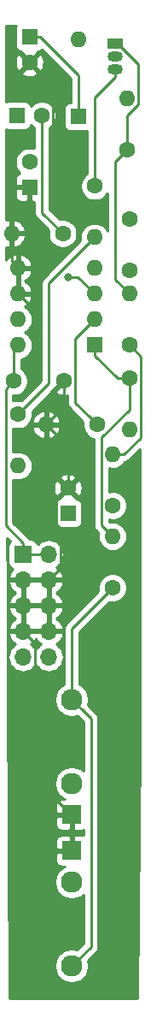
<source format=gbr>
G04 #@! TF.GenerationSoftware,KiCad,Pcbnew,(5.1.0)-1*
G04 #@! TF.CreationDate,2019-04-05T00:52:50-04:00*
G04 #@! TF.ProjectId,noize,6e6f697a-652e-46b6-9963-61645f706362,rev?*
G04 #@! TF.SameCoordinates,Original*
G04 #@! TF.FileFunction,Copper,L1,Top*
G04 #@! TF.FilePolarity,Positive*
%FSLAX46Y46*%
G04 Gerber Fmt 4.6, Leading zero omitted, Abs format (unit mm)*
G04 Created by KiCad (PCBNEW (5.1.0)-1) date 2019-04-05 00:52:50*
%MOMM*%
%LPD*%
G04 APERTURE LIST*
%ADD10O,1.600000X1.600000*%
%ADD11R,1.600000X1.600000*%
%ADD12C,1.600000*%
%ADD13R,1.500000X1.050000*%
%ADD14O,1.500000X1.050000*%
%ADD15C,2.130000*%
%ADD16R,1.930000X1.830000*%
%ADD17O,1.700000X1.700000*%
%ADD18R,1.700000X1.700000*%
%ADD19C,0.800000*%
%ADD20C,0.250000*%
%ADD21C,0.254000*%
G04 APERTURE END LIST*
D10*
X148590000Y-131064000D03*
X156210000Y-123444000D03*
X148590000Y-128524000D03*
X156210000Y-125984000D03*
X148590000Y-125984000D03*
X156210000Y-128524000D03*
X148590000Y-123444000D03*
D11*
X156210000Y-131064000D03*
D10*
X157988000Y-149987000D03*
D12*
X157988000Y-155067000D03*
D10*
X159639000Y-139446000D03*
D12*
X159639000Y-134366000D03*
D10*
X147955000Y-120015000D03*
D12*
X153035000Y-120015000D03*
D10*
X151384000Y-138938000D03*
D12*
X156464000Y-138938000D03*
D10*
X148590000Y-143002000D03*
D12*
X148590000Y-137922000D03*
D10*
X156210000Y-120396000D03*
D12*
X156210000Y-115316000D03*
D10*
X159385000Y-106680000D03*
D12*
X159385000Y-111760000D03*
D10*
X159639000Y-125984000D03*
D12*
X159639000Y-131064000D03*
D10*
X157988000Y-141859000D03*
D12*
X157988000Y-146939000D03*
D13*
X158242000Y-101219000D03*
D14*
X158242000Y-103759000D03*
X158242000Y-102489000D03*
D15*
X153924000Y-166146000D03*
D16*
X153924000Y-177546000D03*
D15*
X153924000Y-174446000D03*
D17*
X151638000Y-161925000D03*
X149098000Y-161925000D03*
X151638000Y-159385000D03*
X149098000Y-159385000D03*
X151638000Y-156845000D03*
X149098000Y-156845000D03*
X151638000Y-154305000D03*
X149098000Y-154305000D03*
X151638000Y-151765000D03*
D18*
X149098000Y-151765000D03*
D15*
X153924000Y-192502000D03*
D16*
X153924000Y-181102000D03*
D15*
X153924000Y-184202000D03*
D10*
X154559000Y-100838000D03*
D11*
X154559000Y-108458000D03*
D12*
X150963000Y-108331000D03*
D11*
X148463000Y-108331000D03*
D12*
X149733000Y-112943000D03*
D11*
X149733000Y-115443000D03*
D12*
X149733000Y-103084000D03*
D11*
X149733000Y-100584000D03*
D12*
X153543000Y-145201000D03*
D11*
X153543000Y-147701000D03*
D12*
X159639000Y-123618000D03*
X159639000Y-118618000D03*
X148162000Y-134620000D03*
X153162000Y-134620000D03*
D19*
X150622000Y-133731000D03*
X156591000Y-117983000D03*
X153580999Y-124295001D03*
D20*
X148590000Y-124852630D02*
X148590000Y-123444000D01*
X148590000Y-125984000D02*
X148590000Y-124852630D01*
X149098000Y-155507081D02*
X149098000Y-156845000D01*
X149098000Y-154305000D02*
X149098000Y-155507081D01*
X151638000Y-158182919D02*
X151638000Y-156845000D01*
X151638000Y-159385000D02*
X151638000Y-158182919D01*
X150300081Y-156845000D02*
X151638000Y-156845000D01*
X149098000Y-156845000D02*
X150300081Y-156845000D01*
X153924000Y-178711000D02*
X153924000Y-181102000D01*
X153924000Y-177546000D02*
X153924000Y-178711000D01*
X149947999Y-160234999D02*
X149098000Y-159385000D01*
X150273001Y-160560001D02*
X149947999Y-160234999D01*
X150273001Y-173945001D02*
X150273001Y-160560001D01*
X153874000Y-177546000D02*
X150273001Y-173945001D01*
X153924000Y-177546000D02*
X153874000Y-177546000D01*
X152743001Y-146000999D02*
X153543000Y-145201000D01*
X152417999Y-146326001D02*
X152743001Y-146000999D01*
X152417999Y-148761001D02*
X152417999Y-146326001D01*
X152813001Y-149156003D02*
X152417999Y-148761001D01*
X152813001Y-153129999D02*
X152813001Y-149156003D01*
X151638000Y-154305000D02*
X152813001Y-153129999D01*
X153543000Y-141097000D02*
X153543000Y-145201000D01*
X151384000Y-138938000D02*
X153543000Y-141097000D01*
X153162000Y-137160000D02*
X153162000Y-134620000D01*
X151384000Y-138938000D02*
X153162000Y-137160000D01*
X148590000Y-125984000D02*
X150622000Y-128016000D01*
X150622000Y-128016000D02*
X150622000Y-133731000D01*
X150622000Y-133731000D02*
X150622000Y-133731000D01*
X152088001Y-105439001D02*
X152088001Y-113480001D01*
X149733000Y-103084000D02*
X152088001Y-105439001D01*
X152088001Y-113480001D02*
X156591000Y-117983000D01*
X156591000Y-117983000D02*
X156591000Y-117983000D01*
X147955000Y-122809000D02*
X148590000Y-123444000D01*
X147955000Y-120015000D02*
X147955000Y-122809000D01*
X150198000Y-151765000D02*
X151638000Y-151765000D01*
X149098000Y-151765000D02*
X150198000Y-151765000D01*
X149098000Y-150665000D02*
X149098000Y-151765000D01*
X147362001Y-148929001D02*
X149098000Y-150665000D01*
X147362001Y-135419999D02*
X147362001Y-148929001D01*
X148162000Y-134620000D02*
X147362001Y-135419999D01*
X148162000Y-131492000D02*
X148590000Y-131064000D01*
X148162000Y-134620000D02*
X148162000Y-131492000D01*
X159119370Y-141859000D02*
X157988000Y-141859000D01*
X160764001Y-140214369D02*
X159119370Y-141859000D01*
X160764001Y-132189001D02*
X160764001Y-140214369D01*
X159639000Y-131064000D02*
X160764001Y-132189001D01*
X150783000Y-100584000D02*
X149733000Y-100584000D01*
X154559000Y-104360000D02*
X150783000Y-100584000D01*
X154559000Y-108458000D02*
X154559000Y-104360000D01*
X149389999Y-137122001D02*
X148590000Y-137922000D01*
X151638000Y-134874000D02*
X149389999Y-137122001D01*
X151638000Y-124968000D02*
X151638000Y-134874000D01*
X156210000Y-120396000D02*
X151638000Y-124968000D01*
X154521001Y-124295001D02*
X156210000Y-125984000D01*
X153580999Y-124295001D02*
X154521001Y-124295001D01*
X150963000Y-117943000D02*
X153035000Y-120015000D01*
X150963000Y-108331000D02*
X150963000Y-117943000D01*
X158585001Y-112559999D02*
X159385000Y-111760000D01*
X158242000Y-112903000D02*
X158585001Y-112559999D01*
X158242000Y-124587000D02*
X158242000Y-112903000D01*
X159639000Y-125984000D02*
X158242000Y-124587000D01*
X158467000Y-101219000D02*
X158242000Y-101219000D01*
X160510001Y-103262001D02*
X158467000Y-101219000D01*
X160510001Y-107220001D02*
X160510001Y-103262001D01*
X159385000Y-108345002D02*
X160510001Y-107220001D01*
X159385000Y-111760000D02*
X159385000Y-108345002D01*
X156210000Y-114184630D02*
X156210000Y-115316000D01*
X156210000Y-106566000D02*
X156210000Y-114184630D01*
X158242000Y-104534000D02*
X156210000Y-106566000D01*
X158242000Y-103759000D02*
X158242000Y-104534000D01*
X155664001Y-138138001D02*
X156464000Y-138938000D01*
X154287001Y-136761001D02*
X155664001Y-138138001D01*
X154287001Y-130446999D02*
X154287001Y-136761001D01*
X156210000Y-128524000D02*
X154287001Y-130446999D01*
X158507630Y-134366000D02*
X159639000Y-134366000D01*
X158462000Y-134366000D02*
X158507630Y-134366000D01*
X156210000Y-132114000D02*
X158462000Y-134366000D01*
X156210000Y-131064000D02*
X156210000Y-132114000D01*
X159639000Y-135497370D02*
X159639000Y-134366000D01*
X159639000Y-137428002D02*
X159639000Y-135497370D01*
X156862999Y-140204003D02*
X159639000Y-137428002D01*
X156862999Y-148861999D02*
X156862999Y-140204003D01*
X157988000Y-149987000D02*
X156862999Y-148861999D01*
X153924000Y-159131000D02*
X157988000Y-155067000D01*
X153924000Y-166146000D02*
X153924000Y-159131000D01*
X154988999Y-167210999D02*
X153924000Y-166146000D01*
X155829000Y-168051000D02*
X154988999Y-167210999D01*
X155829000Y-190597000D02*
X155829000Y-168051000D01*
X153924000Y-192502000D02*
X155829000Y-190597000D01*
D21*
G36*
X153355748Y-134605858D02*
G01*
X153341605Y-134620000D01*
X153355748Y-134634143D01*
X153176143Y-134813748D01*
X153162000Y-134799605D01*
X152348903Y-135612702D01*
X152420486Y-135856671D01*
X152675996Y-135977571D01*
X152950184Y-136046300D01*
X153232512Y-136060217D01*
X153512130Y-136018787D01*
X153527002Y-136013469D01*
X153527002Y-136723669D01*
X153523325Y-136761001D01*
X153537999Y-136909986D01*
X153581455Y-137053247D01*
X153652027Y-137185277D01*
X153722369Y-137270988D01*
X153747001Y-137301002D01*
X153775999Y-137324800D01*
X155065312Y-138614114D01*
X155029000Y-138796665D01*
X155029000Y-139079335D01*
X155084147Y-139356574D01*
X155192320Y-139617727D01*
X155349363Y-139852759D01*
X155549241Y-140052637D01*
X155784273Y-140209680D01*
X156045426Y-140317853D01*
X156103000Y-140329305D01*
X156102999Y-148824677D01*
X156099323Y-148861999D01*
X156102999Y-148899321D01*
X156102999Y-148899331D01*
X156113996Y-149010984D01*
X156157453Y-149154245D01*
X156228025Y-149286275D01*
X156267870Y-149334825D01*
X156322998Y-149402000D01*
X156352001Y-149425803D01*
X156587292Y-149661094D01*
X156573764Y-149705691D01*
X156546057Y-149987000D01*
X156573764Y-150268309D01*
X156655818Y-150538808D01*
X156789068Y-150788101D01*
X156968392Y-151006608D01*
X157186899Y-151185932D01*
X157436192Y-151319182D01*
X157706691Y-151401236D01*
X157917508Y-151422000D01*
X158058492Y-151422000D01*
X158269309Y-151401236D01*
X158539808Y-151319182D01*
X158789101Y-151185932D01*
X159007608Y-151006608D01*
X159186932Y-150788101D01*
X159320182Y-150538808D01*
X159402236Y-150268309D01*
X159429943Y-149987000D01*
X159402236Y-149705691D01*
X159320182Y-149435192D01*
X159186932Y-149185899D01*
X159007608Y-148967392D01*
X158789101Y-148788068D01*
X158539808Y-148654818D01*
X158269309Y-148572764D01*
X158058492Y-148552000D01*
X157917508Y-148552000D01*
X157706691Y-148572764D01*
X157662094Y-148586292D01*
X157622999Y-148547198D01*
X157622999Y-148329509D01*
X157846665Y-148374000D01*
X158129335Y-148374000D01*
X158406574Y-148318853D01*
X158667727Y-148210680D01*
X158902759Y-148053637D01*
X159102637Y-147853759D01*
X159259680Y-147618727D01*
X159367853Y-147357574D01*
X159423000Y-147080335D01*
X159423000Y-146797665D01*
X159367853Y-146520426D01*
X159259680Y-146259273D01*
X159102637Y-146024241D01*
X158902759Y-145824363D01*
X158667727Y-145667320D01*
X158406574Y-145559147D01*
X158129335Y-145504000D01*
X157846665Y-145504000D01*
X157622999Y-145548491D01*
X157622999Y-143247849D01*
X157706691Y-143273236D01*
X157917508Y-143294000D01*
X158058492Y-143294000D01*
X158269309Y-143273236D01*
X158539808Y-143191182D01*
X158789101Y-143057932D01*
X159007608Y-142878608D01*
X159186932Y-142660101D01*
X159211802Y-142613573D01*
X159268356Y-142608003D01*
X159411617Y-142564546D01*
X159543646Y-142493974D01*
X159659371Y-142399001D01*
X159683173Y-142369998D01*
X160691926Y-141361247D01*
X160707001Y-145227980D01*
X160707000Y-170639169D01*
X160402533Y-195707000D01*
X147700500Y-195707000D01*
X147639237Y-180187000D01*
X152320928Y-180187000D01*
X152324000Y-180816250D01*
X152482750Y-180975000D01*
X153797000Y-180975000D01*
X153797000Y-179710750D01*
X153638250Y-179552000D01*
X152959000Y-179548928D01*
X152834518Y-179561188D01*
X152714820Y-179597498D01*
X152604506Y-179656463D01*
X152507815Y-179735815D01*
X152428463Y-179832506D01*
X152369498Y-179942820D01*
X152333188Y-180062518D01*
X152320928Y-180187000D01*
X147639237Y-180187000D01*
X147632424Y-178461000D01*
X152320928Y-178461000D01*
X152333188Y-178585482D01*
X152369498Y-178705180D01*
X152428463Y-178815494D01*
X152507815Y-178912185D01*
X152604506Y-178991537D01*
X152714820Y-179050502D01*
X152834518Y-179086812D01*
X152959000Y-179099072D01*
X153638250Y-179096000D01*
X153797000Y-178937250D01*
X153797000Y-177673000D01*
X152482750Y-177673000D01*
X152324000Y-177831750D01*
X152320928Y-178461000D01*
X147632424Y-178461000D01*
X147583151Y-165978565D01*
X152224000Y-165978565D01*
X152224000Y-166313435D01*
X152289330Y-166641872D01*
X152417479Y-166951252D01*
X152603523Y-167229687D01*
X152840313Y-167466477D01*
X153118748Y-167652521D01*
X153428128Y-167780670D01*
X153756565Y-167846000D01*
X154091435Y-167846000D01*
X154419872Y-167780670D01*
X154465124Y-167761926D01*
X154477996Y-167774798D01*
X154478001Y-167774802D01*
X155069001Y-168365803D01*
X155069001Y-173186837D01*
X155007687Y-173125523D01*
X154729252Y-172939479D01*
X154419872Y-172811330D01*
X154091435Y-172746000D01*
X153756565Y-172746000D01*
X153428128Y-172811330D01*
X153118748Y-172939479D01*
X152840313Y-173125523D01*
X152603523Y-173362313D01*
X152417479Y-173640748D01*
X152289330Y-173950128D01*
X152224000Y-174278565D01*
X152224000Y-174613435D01*
X152289330Y-174941872D01*
X152417479Y-175251252D01*
X152603523Y-175529687D01*
X152840313Y-175766477D01*
X153118748Y-175952521D01*
X153219140Y-175994105D01*
X152959000Y-175992928D01*
X152834518Y-176005188D01*
X152714820Y-176041498D01*
X152604506Y-176100463D01*
X152507815Y-176179815D01*
X152428463Y-176276506D01*
X152369498Y-176386820D01*
X152333188Y-176506518D01*
X152320928Y-176631000D01*
X152324000Y-177260250D01*
X152482750Y-177419000D01*
X153797000Y-177419000D01*
X153797000Y-177399000D01*
X154051000Y-177399000D01*
X154051000Y-177419000D01*
X154071000Y-177419000D01*
X154071000Y-177673000D01*
X154051000Y-177673000D01*
X154051000Y-178937250D01*
X154209750Y-179096000D01*
X154889000Y-179099072D01*
X155013482Y-179086812D01*
X155069001Y-179069971D01*
X155069000Y-179578029D01*
X155013482Y-179561188D01*
X154889000Y-179548928D01*
X154209750Y-179552000D01*
X154051000Y-179710750D01*
X154051000Y-180975000D01*
X154071000Y-180975000D01*
X154071000Y-181229000D01*
X154051000Y-181229000D01*
X154051000Y-181249000D01*
X153797000Y-181249000D01*
X153797000Y-181229000D01*
X152482750Y-181229000D01*
X152324000Y-181387750D01*
X152320928Y-182017000D01*
X152333188Y-182141482D01*
X152369498Y-182261180D01*
X152428463Y-182371494D01*
X152507815Y-182468185D01*
X152604506Y-182547537D01*
X152714820Y-182606502D01*
X152834518Y-182642812D01*
X152959000Y-182655072D01*
X153219140Y-182653895D01*
X153118748Y-182695479D01*
X152840313Y-182881523D01*
X152603523Y-183118313D01*
X152417479Y-183396748D01*
X152289330Y-183706128D01*
X152224000Y-184034565D01*
X152224000Y-184369435D01*
X152289330Y-184697872D01*
X152417479Y-185007252D01*
X152603523Y-185285687D01*
X152840313Y-185522477D01*
X153118748Y-185708521D01*
X153428128Y-185836670D01*
X153756565Y-185902000D01*
X154091435Y-185902000D01*
X154419872Y-185836670D01*
X154729252Y-185708521D01*
X155007687Y-185522477D01*
X155069000Y-185461164D01*
X155069000Y-190282198D01*
X154465124Y-190886074D01*
X154419872Y-190867330D01*
X154091435Y-190802000D01*
X153756565Y-190802000D01*
X153428128Y-190867330D01*
X153118748Y-190995479D01*
X152840313Y-191181523D01*
X152603523Y-191418313D01*
X152417479Y-191696748D01*
X152289330Y-192006128D01*
X152224000Y-192334565D01*
X152224000Y-192669435D01*
X152289330Y-192997872D01*
X152417479Y-193307252D01*
X152603523Y-193585687D01*
X152840313Y-193822477D01*
X153118748Y-194008521D01*
X153428128Y-194136670D01*
X153756565Y-194202000D01*
X154091435Y-194202000D01*
X154419872Y-194136670D01*
X154729252Y-194008521D01*
X155007687Y-193822477D01*
X155244477Y-193585687D01*
X155430521Y-193307252D01*
X155558670Y-192997872D01*
X155624000Y-192669435D01*
X155624000Y-192334565D01*
X155558670Y-192006128D01*
X155539926Y-191960876D01*
X156340004Y-191160798D01*
X156369001Y-191137001D01*
X156463974Y-191021276D01*
X156534546Y-190889247D01*
X156578003Y-190745986D01*
X156589000Y-190634333D01*
X156589000Y-190634323D01*
X156592676Y-190597000D01*
X156589000Y-190559677D01*
X156589000Y-168088323D01*
X156592676Y-168051000D01*
X156589000Y-168013677D01*
X156589000Y-168013667D01*
X156578003Y-167902014D01*
X156534546Y-167758753D01*
X156463974Y-167626724D01*
X156369001Y-167510999D01*
X156340003Y-167487201D01*
X155552802Y-166700001D01*
X155552798Y-166699996D01*
X155539926Y-166687124D01*
X155558670Y-166641872D01*
X155624000Y-166313435D01*
X155624000Y-165978565D01*
X155558670Y-165650128D01*
X155430521Y-165340748D01*
X155244477Y-165062313D01*
X155007687Y-164825523D01*
X154729252Y-164639479D01*
X154684000Y-164620735D01*
X154684000Y-159445801D01*
X157664114Y-156465688D01*
X157846665Y-156502000D01*
X158129335Y-156502000D01*
X158406574Y-156446853D01*
X158667727Y-156338680D01*
X158902759Y-156181637D01*
X159102637Y-155981759D01*
X159259680Y-155746727D01*
X159367853Y-155485574D01*
X159423000Y-155208335D01*
X159423000Y-154925665D01*
X159367853Y-154648426D01*
X159259680Y-154387273D01*
X159102637Y-154152241D01*
X158902759Y-153952363D01*
X158667727Y-153795320D01*
X158406574Y-153687147D01*
X158129335Y-153632000D01*
X157846665Y-153632000D01*
X157569426Y-153687147D01*
X157308273Y-153795320D01*
X157073241Y-153952363D01*
X156873363Y-154152241D01*
X156716320Y-154387273D01*
X156608147Y-154648426D01*
X156553000Y-154925665D01*
X156553000Y-155208335D01*
X156589312Y-155390886D01*
X153412998Y-158567201D01*
X153384000Y-158590999D01*
X153360202Y-158619997D01*
X153360201Y-158619998D01*
X153289026Y-158706724D01*
X153218454Y-158838754D01*
X153174998Y-158982015D01*
X153160324Y-159131000D01*
X153164001Y-159168332D01*
X153164000Y-164620735D01*
X153118748Y-164639479D01*
X152840313Y-164825523D01*
X152603523Y-165062313D01*
X152417479Y-165340748D01*
X152289330Y-165650128D01*
X152224000Y-165978565D01*
X147583151Y-165978565D01*
X147567150Y-161925000D01*
X147605815Y-161925000D01*
X147634487Y-162216111D01*
X147719401Y-162496034D01*
X147857294Y-162754014D01*
X148042866Y-162980134D01*
X148268986Y-163165706D01*
X148526966Y-163303599D01*
X148806889Y-163388513D01*
X149025050Y-163410000D01*
X149170950Y-163410000D01*
X149389111Y-163388513D01*
X149669034Y-163303599D01*
X149927014Y-163165706D01*
X150153134Y-162980134D01*
X150338706Y-162754014D01*
X150368000Y-162699209D01*
X150397294Y-162754014D01*
X150582866Y-162980134D01*
X150808986Y-163165706D01*
X151066966Y-163303599D01*
X151346889Y-163388513D01*
X151565050Y-163410000D01*
X151710950Y-163410000D01*
X151929111Y-163388513D01*
X152209034Y-163303599D01*
X152467014Y-163165706D01*
X152693134Y-162980134D01*
X152878706Y-162754014D01*
X153016599Y-162496034D01*
X153101513Y-162216111D01*
X153130185Y-161925000D01*
X153101513Y-161633889D01*
X153016599Y-161353966D01*
X152878706Y-161095986D01*
X152693134Y-160869866D01*
X152467014Y-160684294D01*
X152402477Y-160649799D01*
X152519355Y-160580178D01*
X152735588Y-160385269D01*
X152909641Y-160151920D01*
X153034825Y-159889099D01*
X153079476Y-159741890D01*
X152958155Y-159512000D01*
X151765000Y-159512000D01*
X151765000Y-159532000D01*
X151511000Y-159532000D01*
X151511000Y-159512000D01*
X149225000Y-159512000D01*
X149225000Y-159532000D01*
X148971000Y-159532000D01*
X148971000Y-159512000D01*
X147777845Y-159512000D01*
X147656524Y-159741890D01*
X147701175Y-159889099D01*
X147826359Y-160151920D01*
X148000412Y-160385269D01*
X148216645Y-160580178D01*
X148333523Y-160649799D01*
X148268986Y-160684294D01*
X148042866Y-160869866D01*
X147857294Y-161095986D01*
X147719401Y-161353966D01*
X147634487Y-161633889D01*
X147605815Y-161925000D01*
X147567150Y-161925000D01*
X147548507Y-157201890D01*
X147656524Y-157201890D01*
X147701175Y-157349099D01*
X147826359Y-157611920D01*
X148000412Y-157845269D01*
X148216645Y-158040178D01*
X148342255Y-158115000D01*
X148216645Y-158189822D01*
X148000412Y-158384731D01*
X147826359Y-158618080D01*
X147701175Y-158880901D01*
X147656524Y-159028110D01*
X147777845Y-159258000D01*
X148971000Y-159258000D01*
X148971000Y-156972000D01*
X149225000Y-156972000D01*
X149225000Y-159258000D01*
X151511000Y-159258000D01*
X151511000Y-156972000D01*
X151765000Y-156972000D01*
X151765000Y-159258000D01*
X152958155Y-159258000D01*
X153079476Y-159028110D01*
X153034825Y-158880901D01*
X152909641Y-158618080D01*
X152735588Y-158384731D01*
X152519355Y-158189822D01*
X152393745Y-158115000D01*
X152519355Y-158040178D01*
X152735588Y-157845269D01*
X152909641Y-157611920D01*
X153034825Y-157349099D01*
X153079476Y-157201890D01*
X152958155Y-156972000D01*
X151765000Y-156972000D01*
X151511000Y-156972000D01*
X149225000Y-156972000D01*
X148971000Y-156972000D01*
X147777845Y-156972000D01*
X147656524Y-157201890D01*
X147548507Y-157201890D01*
X147538481Y-154661890D01*
X147656524Y-154661890D01*
X147701175Y-154809099D01*
X147826359Y-155071920D01*
X148000412Y-155305269D01*
X148216645Y-155500178D01*
X148342255Y-155575000D01*
X148216645Y-155649822D01*
X148000412Y-155844731D01*
X147826359Y-156078080D01*
X147701175Y-156340901D01*
X147656524Y-156488110D01*
X147777845Y-156718000D01*
X148971000Y-156718000D01*
X148971000Y-154432000D01*
X149225000Y-154432000D01*
X149225000Y-156718000D01*
X151511000Y-156718000D01*
X151511000Y-154432000D01*
X151765000Y-154432000D01*
X151765000Y-156718000D01*
X152958155Y-156718000D01*
X153079476Y-156488110D01*
X153034825Y-156340901D01*
X152909641Y-156078080D01*
X152735588Y-155844731D01*
X152519355Y-155649822D01*
X152393745Y-155575000D01*
X152519355Y-155500178D01*
X152735588Y-155305269D01*
X152909641Y-155071920D01*
X153034825Y-154809099D01*
X153079476Y-154661890D01*
X152958155Y-154432000D01*
X151765000Y-154432000D01*
X151511000Y-154432000D01*
X149225000Y-154432000D01*
X148971000Y-154432000D01*
X147777845Y-154432000D01*
X147656524Y-154661890D01*
X147538481Y-154661890D01*
X147520719Y-150162520D01*
X147810655Y-150452457D01*
X147796815Y-150463815D01*
X147717463Y-150560506D01*
X147658498Y-150670820D01*
X147622188Y-150790518D01*
X147609928Y-150915000D01*
X147609928Y-152615000D01*
X147622188Y-152739482D01*
X147658498Y-152859180D01*
X147717463Y-152969494D01*
X147796815Y-153066185D01*
X147893506Y-153145537D01*
X148003820Y-153204502D01*
X148084466Y-153228966D01*
X148000412Y-153304731D01*
X147826359Y-153538080D01*
X147701175Y-153800901D01*
X147656524Y-153948110D01*
X147777845Y-154178000D01*
X148971000Y-154178000D01*
X148971000Y-154158000D01*
X149225000Y-154158000D01*
X149225000Y-154178000D01*
X151511000Y-154178000D01*
X151511000Y-154158000D01*
X151765000Y-154158000D01*
X151765000Y-154178000D01*
X152958155Y-154178000D01*
X153079476Y-153948110D01*
X153034825Y-153800901D01*
X152909641Y-153538080D01*
X152735588Y-153304731D01*
X152519355Y-153109822D01*
X152402477Y-153040201D01*
X152467014Y-153005706D01*
X152693134Y-152820134D01*
X152878706Y-152594014D01*
X153016599Y-152336034D01*
X153101513Y-152056111D01*
X153130185Y-151765000D01*
X153101513Y-151473889D01*
X153016599Y-151193966D01*
X152878706Y-150935986D01*
X152693134Y-150709866D01*
X152467014Y-150524294D01*
X152209034Y-150386401D01*
X151929111Y-150301487D01*
X151710950Y-150280000D01*
X151565050Y-150280000D01*
X151346889Y-150301487D01*
X151066966Y-150386401D01*
X150808986Y-150524294D01*
X150582866Y-150709866D01*
X150558393Y-150739687D01*
X150537502Y-150670820D01*
X150478537Y-150560506D01*
X150399185Y-150463815D01*
X150302494Y-150384463D01*
X150192180Y-150325498D01*
X150072482Y-150289188D01*
X149948000Y-150276928D01*
X149752326Y-150276928D01*
X149732974Y-150240724D01*
X149638001Y-150124999D01*
X149609004Y-150101202D01*
X148122001Y-148614200D01*
X148122001Y-146901000D01*
X152104928Y-146901000D01*
X152104928Y-148501000D01*
X152117188Y-148625482D01*
X152153498Y-148745180D01*
X152212463Y-148855494D01*
X152291815Y-148952185D01*
X152388506Y-149031537D01*
X152498820Y-149090502D01*
X152618518Y-149126812D01*
X152743000Y-149139072D01*
X154343000Y-149139072D01*
X154467482Y-149126812D01*
X154587180Y-149090502D01*
X154697494Y-149031537D01*
X154794185Y-148952185D01*
X154873537Y-148855494D01*
X154932502Y-148745180D01*
X154968812Y-148625482D01*
X154981072Y-148501000D01*
X154981072Y-146901000D01*
X154968812Y-146776518D01*
X154932502Y-146656820D01*
X154873537Y-146546506D01*
X154794185Y-146449815D01*
X154697494Y-146370463D01*
X154587180Y-146311498D01*
X154467482Y-146275188D01*
X154343000Y-146262928D01*
X154335785Y-146262928D01*
X154356097Y-146193702D01*
X153543000Y-145380605D01*
X152729903Y-146193702D01*
X152750215Y-146262928D01*
X152743000Y-146262928D01*
X152618518Y-146275188D01*
X152498820Y-146311498D01*
X152388506Y-146370463D01*
X152291815Y-146449815D01*
X152212463Y-146546506D01*
X152153498Y-146656820D01*
X152117188Y-146776518D01*
X152104928Y-146901000D01*
X148122001Y-146901000D01*
X148122001Y-145271512D01*
X152102783Y-145271512D01*
X152144213Y-145551130D01*
X152239397Y-145817292D01*
X152306329Y-145942514D01*
X152550298Y-146014097D01*
X153363395Y-145201000D01*
X153722605Y-145201000D01*
X154535702Y-146014097D01*
X154779671Y-145942514D01*
X154900571Y-145687004D01*
X154969300Y-145412816D01*
X154983217Y-145130488D01*
X154941787Y-144850870D01*
X154846603Y-144584708D01*
X154779671Y-144459486D01*
X154535702Y-144387903D01*
X153722605Y-145201000D01*
X153363395Y-145201000D01*
X152550298Y-144387903D01*
X152306329Y-144459486D01*
X152185429Y-144714996D01*
X152116700Y-144989184D01*
X152102783Y-145271512D01*
X148122001Y-145271512D01*
X148122001Y-144359605D01*
X148308691Y-144416236D01*
X148519508Y-144437000D01*
X148660492Y-144437000D01*
X148871309Y-144416236D01*
X149141808Y-144334182D01*
X149377320Y-144208298D01*
X152729903Y-144208298D01*
X153543000Y-145021395D01*
X154356097Y-144208298D01*
X154284514Y-143964329D01*
X154029004Y-143843429D01*
X153754816Y-143774700D01*
X153472488Y-143760783D01*
X153192870Y-143802213D01*
X152926708Y-143897397D01*
X152801486Y-143964329D01*
X152729903Y-144208298D01*
X149377320Y-144208298D01*
X149391101Y-144200932D01*
X149609608Y-144021608D01*
X149788932Y-143803101D01*
X149922182Y-143553808D01*
X150004236Y-143283309D01*
X150031943Y-143002000D01*
X150004236Y-142720691D01*
X149922182Y-142450192D01*
X149788932Y-142200899D01*
X149609608Y-141982392D01*
X149391101Y-141803068D01*
X149141808Y-141669818D01*
X148871309Y-141587764D01*
X148660492Y-141567000D01*
X148519508Y-141567000D01*
X148308691Y-141587764D01*
X148122001Y-141644395D01*
X148122001Y-139281381D01*
X148171426Y-139301853D01*
X148448665Y-139357000D01*
X148731335Y-139357000D01*
X149008574Y-139301853D01*
X149044338Y-139287039D01*
X149992096Y-139287039D01*
X150032754Y-139421087D01*
X150152963Y-139675420D01*
X150320481Y-139901414D01*
X150528869Y-140090385D01*
X150770119Y-140235070D01*
X151034960Y-140329909D01*
X151257000Y-140208624D01*
X151257000Y-139065000D01*
X151511000Y-139065000D01*
X151511000Y-140208624D01*
X151733040Y-140329909D01*
X151997881Y-140235070D01*
X152239131Y-140090385D01*
X152447519Y-139901414D01*
X152615037Y-139675420D01*
X152735246Y-139421087D01*
X152775904Y-139287039D01*
X152653915Y-139065000D01*
X151511000Y-139065000D01*
X151257000Y-139065000D01*
X150114085Y-139065000D01*
X149992096Y-139287039D01*
X149044338Y-139287039D01*
X149269727Y-139193680D01*
X149504759Y-139036637D01*
X149704637Y-138836759D01*
X149861680Y-138601727D01*
X149866967Y-138588961D01*
X149992096Y-138588961D01*
X150114085Y-138811000D01*
X151257000Y-138811000D01*
X151257000Y-137667376D01*
X151511000Y-137667376D01*
X151511000Y-138811000D01*
X152653915Y-138811000D01*
X152775904Y-138588961D01*
X152735246Y-138454913D01*
X152615037Y-138200580D01*
X152447519Y-137974586D01*
X152239131Y-137785615D01*
X151997881Y-137640930D01*
X151733040Y-137546091D01*
X151511000Y-137667376D01*
X151257000Y-137667376D01*
X151034960Y-137546091D01*
X150770119Y-137640930D01*
X150528869Y-137785615D01*
X150320481Y-137974586D01*
X150152963Y-138200580D01*
X150032754Y-138454913D01*
X149992096Y-138588961D01*
X149866967Y-138588961D01*
X149969853Y-138340574D01*
X150025000Y-138063335D01*
X150025000Y-137780665D01*
X149988688Y-137598113D01*
X152149003Y-135437799D01*
X152158568Y-135429949D01*
X152169298Y-135433097D01*
X152982395Y-134620000D01*
X152968253Y-134605858D01*
X153147858Y-134426253D01*
X153162000Y-134440395D01*
X153176143Y-134426253D01*
X153355748Y-134605858D01*
X153355748Y-134605858D01*
G37*
X153355748Y-134605858D02*
X153341605Y-134620000D01*
X153355748Y-134634143D01*
X153176143Y-134813748D01*
X153162000Y-134799605D01*
X152348903Y-135612702D01*
X152420486Y-135856671D01*
X152675996Y-135977571D01*
X152950184Y-136046300D01*
X153232512Y-136060217D01*
X153512130Y-136018787D01*
X153527002Y-136013469D01*
X153527002Y-136723669D01*
X153523325Y-136761001D01*
X153537999Y-136909986D01*
X153581455Y-137053247D01*
X153652027Y-137185277D01*
X153722369Y-137270988D01*
X153747001Y-137301002D01*
X153775999Y-137324800D01*
X155065312Y-138614114D01*
X155029000Y-138796665D01*
X155029000Y-139079335D01*
X155084147Y-139356574D01*
X155192320Y-139617727D01*
X155349363Y-139852759D01*
X155549241Y-140052637D01*
X155784273Y-140209680D01*
X156045426Y-140317853D01*
X156103000Y-140329305D01*
X156102999Y-148824677D01*
X156099323Y-148861999D01*
X156102999Y-148899321D01*
X156102999Y-148899331D01*
X156113996Y-149010984D01*
X156157453Y-149154245D01*
X156228025Y-149286275D01*
X156267870Y-149334825D01*
X156322998Y-149402000D01*
X156352001Y-149425803D01*
X156587292Y-149661094D01*
X156573764Y-149705691D01*
X156546057Y-149987000D01*
X156573764Y-150268309D01*
X156655818Y-150538808D01*
X156789068Y-150788101D01*
X156968392Y-151006608D01*
X157186899Y-151185932D01*
X157436192Y-151319182D01*
X157706691Y-151401236D01*
X157917508Y-151422000D01*
X158058492Y-151422000D01*
X158269309Y-151401236D01*
X158539808Y-151319182D01*
X158789101Y-151185932D01*
X159007608Y-151006608D01*
X159186932Y-150788101D01*
X159320182Y-150538808D01*
X159402236Y-150268309D01*
X159429943Y-149987000D01*
X159402236Y-149705691D01*
X159320182Y-149435192D01*
X159186932Y-149185899D01*
X159007608Y-148967392D01*
X158789101Y-148788068D01*
X158539808Y-148654818D01*
X158269309Y-148572764D01*
X158058492Y-148552000D01*
X157917508Y-148552000D01*
X157706691Y-148572764D01*
X157662094Y-148586292D01*
X157622999Y-148547198D01*
X157622999Y-148329509D01*
X157846665Y-148374000D01*
X158129335Y-148374000D01*
X158406574Y-148318853D01*
X158667727Y-148210680D01*
X158902759Y-148053637D01*
X159102637Y-147853759D01*
X159259680Y-147618727D01*
X159367853Y-147357574D01*
X159423000Y-147080335D01*
X159423000Y-146797665D01*
X159367853Y-146520426D01*
X159259680Y-146259273D01*
X159102637Y-146024241D01*
X158902759Y-145824363D01*
X158667727Y-145667320D01*
X158406574Y-145559147D01*
X158129335Y-145504000D01*
X157846665Y-145504000D01*
X157622999Y-145548491D01*
X157622999Y-143247849D01*
X157706691Y-143273236D01*
X157917508Y-143294000D01*
X158058492Y-143294000D01*
X158269309Y-143273236D01*
X158539808Y-143191182D01*
X158789101Y-143057932D01*
X159007608Y-142878608D01*
X159186932Y-142660101D01*
X159211802Y-142613573D01*
X159268356Y-142608003D01*
X159411617Y-142564546D01*
X159543646Y-142493974D01*
X159659371Y-142399001D01*
X159683173Y-142369998D01*
X160691926Y-141361247D01*
X160707001Y-145227980D01*
X160707000Y-170639169D01*
X160402533Y-195707000D01*
X147700500Y-195707000D01*
X147639237Y-180187000D01*
X152320928Y-180187000D01*
X152324000Y-180816250D01*
X152482750Y-180975000D01*
X153797000Y-180975000D01*
X153797000Y-179710750D01*
X153638250Y-179552000D01*
X152959000Y-179548928D01*
X152834518Y-179561188D01*
X152714820Y-179597498D01*
X152604506Y-179656463D01*
X152507815Y-179735815D01*
X152428463Y-179832506D01*
X152369498Y-179942820D01*
X152333188Y-180062518D01*
X152320928Y-180187000D01*
X147639237Y-180187000D01*
X147632424Y-178461000D01*
X152320928Y-178461000D01*
X152333188Y-178585482D01*
X152369498Y-178705180D01*
X152428463Y-178815494D01*
X152507815Y-178912185D01*
X152604506Y-178991537D01*
X152714820Y-179050502D01*
X152834518Y-179086812D01*
X152959000Y-179099072D01*
X153638250Y-179096000D01*
X153797000Y-178937250D01*
X153797000Y-177673000D01*
X152482750Y-177673000D01*
X152324000Y-177831750D01*
X152320928Y-178461000D01*
X147632424Y-178461000D01*
X147583151Y-165978565D01*
X152224000Y-165978565D01*
X152224000Y-166313435D01*
X152289330Y-166641872D01*
X152417479Y-166951252D01*
X152603523Y-167229687D01*
X152840313Y-167466477D01*
X153118748Y-167652521D01*
X153428128Y-167780670D01*
X153756565Y-167846000D01*
X154091435Y-167846000D01*
X154419872Y-167780670D01*
X154465124Y-167761926D01*
X154477996Y-167774798D01*
X154478001Y-167774802D01*
X155069001Y-168365803D01*
X155069001Y-173186837D01*
X155007687Y-173125523D01*
X154729252Y-172939479D01*
X154419872Y-172811330D01*
X154091435Y-172746000D01*
X153756565Y-172746000D01*
X153428128Y-172811330D01*
X153118748Y-172939479D01*
X152840313Y-173125523D01*
X152603523Y-173362313D01*
X152417479Y-173640748D01*
X152289330Y-173950128D01*
X152224000Y-174278565D01*
X152224000Y-174613435D01*
X152289330Y-174941872D01*
X152417479Y-175251252D01*
X152603523Y-175529687D01*
X152840313Y-175766477D01*
X153118748Y-175952521D01*
X153219140Y-175994105D01*
X152959000Y-175992928D01*
X152834518Y-176005188D01*
X152714820Y-176041498D01*
X152604506Y-176100463D01*
X152507815Y-176179815D01*
X152428463Y-176276506D01*
X152369498Y-176386820D01*
X152333188Y-176506518D01*
X152320928Y-176631000D01*
X152324000Y-177260250D01*
X152482750Y-177419000D01*
X153797000Y-177419000D01*
X153797000Y-177399000D01*
X154051000Y-177399000D01*
X154051000Y-177419000D01*
X154071000Y-177419000D01*
X154071000Y-177673000D01*
X154051000Y-177673000D01*
X154051000Y-178937250D01*
X154209750Y-179096000D01*
X154889000Y-179099072D01*
X155013482Y-179086812D01*
X155069001Y-179069971D01*
X155069000Y-179578029D01*
X155013482Y-179561188D01*
X154889000Y-179548928D01*
X154209750Y-179552000D01*
X154051000Y-179710750D01*
X154051000Y-180975000D01*
X154071000Y-180975000D01*
X154071000Y-181229000D01*
X154051000Y-181229000D01*
X154051000Y-181249000D01*
X153797000Y-181249000D01*
X153797000Y-181229000D01*
X152482750Y-181229000D01*
X152324000Y-181387750D01*
X152320928Y-182017000D01*
X152333188Y-182141482D01*
X152369498Y-182261180D01*
X152428463Y-182371494D01*
X152507815Y-182468185D01*
X152604506Y-182547537D01*
X152714820Y-182606502D01*
X152834518Y-182642812D01*
X152959000Y-182655072D01*
X153219140Y-182653895D01*
X153118748Y-182695479D01*
X152840313Y-182881523D01*
X152603523Y-183118313D01*
X152417479Y-183396748D01*
X152289330Y-183706128D01*
X152224000Y-184034565D01*
X152224000Y-184369435D01*
X152289330Y-184697872D01*
X152417479Y-185007252D01*
X152603523Y-185285687D01*
X152840313Y-185522477D01*
X153118748Y-185708521D01*
X153428128Y-185836670D01*
X153756565Y-185902000D01*
X154091435Y-185902000D01*
X154419872Y-185836670D01*
X154729252Y-185708521D01*
X155007687Y-185522477D01*
X155069000Y-185461164D01*
X155069000Y-190282198D01*
X154465124Y-190886074D01*
X154419872Y-190867330D01*
X154091435Y-190802000D01*
X153756565Y-190802000D01*
X153428128Y-190867330D01*
X153118748Y-190995479D01*
X152840313Y-191181523D01*
X152603523Y-191418313D01*
X152417479Y-191696748D01*
X152289330Y-192006128D01*
X152224000Y-192334565D01*
X152224000Y-192669435D01*
X152289330Y-192997872D01*
X152417479Y-193307252D01*
X152603523Y-193585687D01*
X152840313Y-193822477D01*
X153118748Y-194008521D01*
X153428128Y-194136670D01*
X153756565Y-194202000D01*
X154091435Y-194202000D01*
X154419872Y-194136670D01*
X154729252Y-194008521D01*
X155007687Y-193822477D01*
X155244477Y-193585687D01*
X155430521Y-193307252D01*
X155558670Y-192997872D01*
X155624000Y-192669435D01*
X155624000Y-192334565D01*
X155558670Y-192006128D01*
X155539926Y-191960876D01*
X156340004Y-191160798D01*
X156369001Y-191137001D01*
X156463974Y-191021276D01*
X156534546Y-190889247D01*
X156578003Y-190745986D01*
X156589000Y-190634333D01*
X156589000Y-190634323D01*
X156592676Y-190597000D01*
X156589000Y-190559677D01*
X156589000Y-168088323D01*
X156592676Y-168051000D01*
X156589000Y-168013677D01*
X156589000Y-168013667D01*
X156578003Y-167902014D01*
X156534546Y-167758753D01*
X156463974Y-167626724D01*
X156369001Y-167510999D01*
X156340003Y-167487201D01*
X155552802Y-166700001D01*
X155552798Y-166699996D01*
X155539926Y-166687124D01*
X155558670Y-166641872D01*
X155624000Y-166313435D01*
X155624000Y-165978565D01*
X155558670Y-165650128D01*
X155430521Y-165340748D01*
X155244477Y-165062313D01*
X155007687Y-164825523D01*
X154729252Y-164639479D01*
X154684000Y-164620735D01*
X154684000Y-159445801D01*
X157664114Y-156465688D01*
X157846665Y-156502000D01*
X158129335Y-156502000D01*
X158406574Y-156446853D01*
X158667727Y-156338680D01*
X158902759Y-156181637D01*
X159102637Y-155981759D01*
X159259680Y-155746727D01*
X159367853Y-155485574D01*
X159423000Y-155208335D01*
X159423000Y-154925665D01*
X159367853Y-154648426D01*
X159259680Y-154387273D01*
X159102637Y-154152241D01*
X158902759Y-153952363D01*
X158667727Y-153795320D01*
X158406574Y-153687147D01*
X158129335Y-153632000D01*
X157846665Y-153632000D01*
X157569426Y-153687147D01*
X157308273Y-153795320D01*
X157073241Y-153952363D01*
X156873363Y-154152241D01*
X156716320Y-154387273D01*
X156608147Y-154648426D01*
X156553000Y-154925665D01*
X156553000Y-155208335D01*
X156589312Y-155390886D01*
X153412998Y-158567201D01*
X153384000Y-158590999D01*
X153360202Y-158619997D01*
X153360201Y-158619998D01*
X153289026Y-158706724D01*
X153218454Y-158838754D01*
X153174998Y-158982015D01*
X153160324Y-159131000D01*
X153164001Y-159168332D01*
X153164000Y-164620735D01*
X153118748Y-164639479D01*
X152840313Y-164825523D01*
X152603523Y-165062313D01*
X152417479Y-165340748D01*
X152289330Y-165650128D01*
X152224000Y-165978565D01*
X147583151Y-165978565D01*
X147567150Y-161925000D01*
X147605815Y-161925000D01*
X147634487Y-162216111D01*
X147719401Y-162496034D01*
X147857294Y-162754014D01*
X148042866Y-162980134D01*
X148268986Y-163165706D01*
X148526966Y-163303599D01*
X148806889Y-163388513D01*
X149025050Y-163410000D01*
X149170950Y-163410000D01*
X149389111Y-163388513D01*
X149669034Y-163303599D01*
X149927014Y-163165706D01*
X150153134Y-162980134D01*
X150338706Y-162754014D01*
X150368000Y-162699209D01*
X150397294Y-162754014D01*
X150582866Y-162980134D01*
X150808986Y-163165706D01*
X151066966Y-163303599D01*
X151346889Y-163388513D01*
X151565050Y-163410000D01*
X151710950Y-163410000D01*
X151929111Y-163388513D01*
X152209034Y-163303599D01*
X152467014Y-163165706D01*
X152693134Y-162980134D01*
X152878706Y-162754014D01*
X153016599Y-162496034D01*
X153101513Y-162216111D01*
X153130185Y-161925000D01*
X153101513Y-161633889D01*
X153016599Y-161353966D01*
X152878706Y-161095986D01*
X152693134Y-160869866D01*
X152467014Y-160684294D01*
X152402477Y-160649799D01*
X152519355Y-160580178D01*
X152735588Y-160385269D01*
X152909641Y-160151920D01*
X153034825Y-159889099D01*
X153079476Y-159741890D01*
X152958155Y-159512000D01*
X151765000Y-159512000D01*
X151765000Y-159532000D01*
X151511000Y-159532000D01*
X151511000Y-159512000D01*
X149225000Y-159512000D01*
X149225000Y-159532000D01*
X148971000Y-159532000D01*
X148971000Y-159512000D01*
X147777845Y-159512000D01*
X147656524Y-159741890D01*
X147701175Y-159889099D01*
X147826359Y-160151920D01*
X148000412Y-160385269D01*
X148216645Y-160580178D01*
X148333523Y-160649799D01*
X148268986Y-160684294D01*
X148042866Y-160869866D01*
X147857294Y-161095986D01*
X147719401Y-161353966D01*
X147634487Y-161633889D01*
X147605815Y-161925000D01*
X147567150Y-161925000D01*
X147548507Y-157201890D01*
X147656524Y-157201890D01*
X147701175Y-157349099D01*
X147826359Y-157611920D01*
X148000412Y-157845269D01*
X148216645Y-158040178D01*
X148342255Y-158115000D01*
X148216645Y-158189822D01*
X148000412Y-158384731D01*
X147826359Y-158618080D01*
X147701175Y-158880901D01*
X147656524Y-159028110D01*
X147777845Y-159258000D01*
X148971000Y-159258000D01*
X148971000Y-156972000D01*
X149225000Y-156972000D01*
X149225000Y-159258000D01*
X151511000Y-159258000D01*
X151511000Y-156972000D01*
X151765000Y-156972000D01*
X151765000Y-159258000D01*
X152958155Y-159258000D01*
X153079476Y-159028110D01*
X153034825Y-158880901D01*
X152909641Y-158618080D01*
X152735588Y-158384731D01*
X152519355Y-158189822D01*
X152393745Y-158115000D01*
X152519355Y-158040178D01*
X152735588Y-157845269D01*
X152909641Y-157611920D01*
X153034825Y-157349099D01*
X153079476Y-157201890D01*
X152958155Y-156972000D01*
X151765000Y-156972000D01*
X151511000Y-156972000D01*
X149225000Y-156972000D01*
X148971000Y-156972000D01*
X147777845Y-156972000D01*
X147656524Y-157201890D01*
X147548507Y-157201890D01*
X147538481Y-154661890D01*
X147656524Y-154661890D01*
X147701175Y-154809099D01*
X147826359Y-155071920D01*
X148000412Y-155305269D01*
X148216645Y-155500178D01*
X148342255Y-155575000D01*
X148216645Y-155649822D01*
X148000412Y-155844731D01*
X147826359Y-156078080D01*
X147701175Y-156340901D01*
X147656524Y-156488110D01*
X147777845Y-156718000D01*
X148971000Y-156718000D01*
X148971000Y-154432000D01*
X149225000Y-154432000D01*
X149225000Y-156718000D01*
X151511000Y-156718000D01*
X151511000Y-154432000D01*
X151765000Y-154432000D01*
X151765000Y-156718000D01*
X152958155Y-156718000D01*
X153079476Y-156488110D01*
X153034825Y-156340901D01*
X152909641Y-156078080D01*
X152735588Y-155844731D01*
X152519355Y-155649822D01*
X152393745Y-155575000D01*
X152519355Y-155500178D01*
X152735588Y-155305269D01*
X152909641Y-155071920D01*
X153034825Y-154809099D01*
X153079476Y-154661890D01*
X152958155Y-154432000D01*
X151765000Y-154432000D01*
X151511000Y-154432000D01*
X149225000Y-154432000D01*
X148971000Y-154432000D01*
X147777845Y-154432000D01*
X147656524Y-154661890D01*
X147538481Y-154661890D01*
X147520719Y-150162520D01*
X147810655Y-150452457D01*
X147796815Y-150463815D01*
X147717463Y-150560506D01*
X147658498Y-150670820D01*
X147622188Y-150790518D01*
X147609928Y-150915000D01*
X147609928Y-152615000D01*
X147622188Y-152739482D01*
X147658498Y-152859180D01*
X147717463Y-152969494D01*
X147796815Y-153066185D01*
X147893506Y-153145537D01*
X148003820Y-153204502D01*
X148084466Y-153228966D01*
X148000412Y-153304731D01*
X147826359Y-153538080D01*
X147701175Y-153800901D01*
X147656524Y-153948110D01*
X147777845Y-154178000D01*
X148971000Y-154178000D01*
X148971000Y-154158000D01*
X149225000Y-154158000D01*
X149225000Y-154178000D01*
X151511000Y-154178000D01*
X151511000Y-154158000D01*
X151765000Y-154158000D01*
X151765000Y-154178000D01*
X152958155Y-154178000D01*
X153079476Y-153948110D01*
X153034825Y-153800901D01*
X152909641Y-153538080D01*
X152735588Y-153304731D01*
X152519355Y-153109822D01*
X152402477Y-153040201D01*
X152467014Y-153005706D01*
X152693134Y-152820134D01*
X152878706Y-152594014D01*
X153016599Y-152336034D01*
X153101513Y-152056111D01*
X153130185Y-151765000D01*
X153101513Y-151473889D01*
X153016599Y-151193966D01*
X152878706Y-150935986D01*
X152693134Y-150709866D01*
X152467014Y-150524294D01*
X152209034Y-150386401D01*
X151929111Y-150301487D01*
X151710950Y-150280000D01*
X151565050Y-150280000D01*
X151346889Y-150301487D01*
X151066966Y-150386401D01*
X150808986Y-150524294D01*
X150582866Y-150709866D01*
X150558393Y-150739687D01*
X150537502Y-150670820D01*
X150478537Y-150560506D01*
X150399185Y-150463815D01*
X150302494Y-150384463D01*
X150192180Y-150325498D01*
X150072482Y-150289188D01*
X149948000Y-150276928D01*
X149752326Y-150276928D01*
X149732974Y-150240724D01*
X149638001Y-150124999D01*
X149609004Y-150101202D01*
X148122001Y-148614200D01*
X148122001Y-146901000D01*
X152104928Y-146901000D01*
X152104928Y-148501000D01*
X152117188Y-148625482D01*
X152153498Y-148745180D01*
X152212463Y-148855494D01*
X152291815Y-148952185D01*
X152388506Y-149031537D01*
X152498820Y-149090502D01*
X152618518Y-149126812D01*
X152743000Y-149139072D01*
X154343000Y-149139072D01*
X154467482Y-149126812D01*
X154587180Y-149090502D01*
X154697494Y-149031537D01*
X154794185Y-148952185D01*
X154873537Y-148855494D01*
X154932502Y-148745180D01*
X154968812Y-148625482D01*
X154981072Y-148501000D01*
X154981072Y-146901000D01*
X154968812Y-146776518D01*
X154932502Y-146656820D01*
X154873537Y-146546506D01*
X154794185Y-146449815D01*
X154697494Y-146370463D01*
X154587180Y-146311498D01*
X154467482Y-146275188D01*
X154343000Y-146262928D01*
X154335785Y-146262928D01*
X154356097Y-146193702D01*
X153543000Y-145380605D01*
X152729903Y-146193702D01*
X152750215Y-146262928D01*
X152743000Y-146262928D01*
X152618518Y-146275188D01*
X152498820Y-146311498D01*
X152388506Y-146370463D01*
X152291815Y-146449815D01*
X152212463Y-146546506D01*
X152153498Y-146656820D01*
X152117188Y-146776518D01*
X152104928Y-146901000D01*
X148122001Y-146901000D01*
X148122001Y-145271512D01*
X152102783Y-145271512D01*
X152144213Y-145551130D01*
X152239397Y-145817292D01*
X152306329Y-145942514D01*
X152550298Y-146014097D01*
X153363395Y-145201000D01*
X153722605Y-145201000D01*
X154535702Y-146014097D01*
X154779671Y-145942514D01*
X154900571Y-145687004D01*
X154969300Y-145412816D01*
X154983217Y-145130488D01*
X154941787Y-144850870D01*
X154846603Y-144584708D01*
X154779671Y-144459486D01*
X154535702Y-144387903D01*
X153722605Y-145201000D01*
X153363395Y-145201000D01*
X152550298Y-144387903D01*
X152306329Y-144459486D01*
X152185429Y-144714996D01*
X152116700Y-144989184D01*
X152102783Y-145271512D01*
X148122001Y-145271512D01*
X148122001Y-144359605D01*
X148308691Y-144416236D01*
X148519508Y-144437000D01*
X148660492Y-144437000D01*
X148871309Y-144416236D01*
X149141808Y-144334182D01*
X149377320Y-144208298D01*
X152729903Y-144208298D01*
X153543000Y-145021395D01*
X154356097Y-144208298D01*
X154284514Y-143964329D01*
X154029004Y-143843429D01*
X153754816Y-143774700D01*
X153472488Y-143760783D01*
X153192870Y-143802213D01*
X152926708Y-143897397D01*
X152801486Y-143964329D01*
X152729903Y-144208298D01*
X149377320Y-144208298D01*
X149391101Y-144200932D01*
X149609608Y-144021608D01*
X149788932Y-143803101D01*
X149922182Y-143553808D01*
X150004236Y-143283309D01*
X150031943Y-143002000D01*
X150004236Y-142720691D01*
X149922182Y-142450192D01*
X149788932Y-142200899D01*
X149609608Y-141982392D01*
X149391101Y-141803068D01*
X149141808Y-141669818D01*
X148871309Y-141587764D01*
X148660492Y-141567000D01*
X148519508Y-141567000D01*
X148308691Y-141587764D01*
X148122001Y-141644395D01*
X148122001Y-139281381D01*
X148171426Y-139301853D01*
X148448665Y-139357000D01*
X148731335Y-139357000D01*
X149008574Y-139301853D01*
X149044338Y-139287039D01*
X149992096Y-139287039D01*
X150032754Y-139421087D01*
X150152963Y-139675420D01*
X150320481Y-139901414D01*
X150528869Y-140090385D01*
X150770119Y-140235070D01*
X151034960Y-140329909D01*
X151257000Y-140208624D01*
X151257000Y-139065000D01*
X151511000Y-139065000D01*
X151511000Y-140208624D01*
X151733040Y-140329909D01*
X151997881Y-140235070D01*
X152239131Y-140090385D01*
X152447519Y-139901414D01*
X152615037Y-139675420D01*
X152735246Y-139421087D01*
X152775904Y-139287039D01*
X152653915Y-139065000D01*
X151511000Y-139065000D01*
X151257000Y-139065000D01*
X150114085Y-139065000D01*
X149992096Y-139287039D01*
X149044338Y-139287039D01*
X149269727Y-139193680D01*
X149504759Y-139036637D01*
X149704637Y-138836759D01*
X149861680Y-138601727D01*
X149866967Y-138588961D01*
X149992096Y-138588961D01*
X150114085Y-138811000D01*
X151257000Y-138811000D01*
X151257000Y-137667376D01*
X151511000Y-137667376D01*
X151511000Y-138811000D01*
X152653915Y-138811000D01*
X152775904Y-138588961D01*
X152735246Y-138454913D01*
X152615037Y-138200580D01*
X152447519Y-137974586D01*
X152239131Y-137785615D01*
X151997881Y-137640930D01*
X151733040Y-137546091D01*
X151511000Y-137667376D01*
X151257000Y-137667376D01*
X151034960Y-137546091D01*
X150770119Y-137640930D01*
X150528869Y-137785615D01*
X150320481Y-137974586D01*
X150152963Y-138200580D01*
X150032754Y-138454913D01*
X149992096Y-138588961D01*
X149866967Y-138588961D01*
X149969853Y-138340574D01*
X150025000Y-138063335D01*
X150025000Y-137780665D01*
X149988688Y-137598113D01*
X152149003Y-135437799D01*
X152158568Y-135429949D01*
X152169298Y-135433097D01*
X152982395Y-134620000D01*
X152968253Y-134605858D01*
X153147858Y-134426253D01*
X153162000Y-134440395D01*
X153176143Y-134426253D01*
X153355748Y-134605858D01*
G36*
X150540412Y-160385269D02*
G01*
X150756645Y-160580178D01*
X150873523Y-160649799D01*
X150808986Y-160684294D01*
X150582866Y-160869866D01*
X150397294Y-161095986D01*
X150368000Y-161150791D01*
X150338706Y-161095986D01*
X150153134Y-160869866D01*
X149927014Y-160684294D01*
X149862477Y-160649799D01*
X149979355Y-160580178D01*
X150195588Y-160385269D01*
X150368000Y-160154120D01*
X150540412Y-160385269D01*
X150540412Y-160385269D01*
G37*
X150540412Y-160385269D02*
X150756645Y-160580178D01*
X150873523Y-160649799D01*
X150808986Y-160684294D01*
X150582866Y-160869866D01*
X150397294Y-161095986D01*
X150368000Y-161150791D01*
X150338706Y-161095986D01*
X150153134Y-160869866D01*
X149927014Y-160684294D01*
X149862477Y-160649799D01*
X149979355Y-160580178D01*
X150195588Y-160385269D01*
X150368000Y-160154120D01*
X150540412Y-160385269D01*
G36*
X148343498Y-99539820D02*
G01*
X148307188Y-99659518D01*
X148294928Y-99784000D01*
X148294928Y-101384000D01*
X148307188Y-101508482D01*
X148343498Y-101628180D01*
X148402463Y-101738494D01*
X148481815Y-101835185D01*
X148578506Y-101914537D01*
X148688820Y-101973502D01*
X148808518Y-102009812D01*
X148933000Y-102022072D01*
X148940215Y-102022072D01*
X148919903Y-102091298D01*
X149733000Y-102904395D01*
X150546097Y-102091298D01*
X150525785Y-102022072D01*
X150533000Y-102022072D01*
X150657482Y-102009812D01*
X150777180Y-101973502D01*
X150887494Y-101914537D01*
X150970563Y-101846364D01*
X153799001Y-104674804D01*
X153799000Y-107019928D01*
X153759000Y-107019928D01*
X153634518Y-107032188D01*
X153514820Y-107068498D01*
X153404506Y-107127463D01*
X153307815Y-107206815D01*
X153228463Y-107303506D01*
X153169498Y-107413820D01*
X153133188Y-107533518D01*
X153120928Y-107658000D01*
X153120928Y-109258000D01*
X153133188Y-109382482D01*
X153169498Y-109502180D01*
X153228463Y-109612494D01*
X153307815Y-109709185D01*
X153404506Y-109788537D01*
X153514820Y-109847502D01*
X153634518Y-109883812D01*
X153759000Y-109896072D01*
X155359000Y-109896072D01*
X155450000Y-109887110D01*
X155450001Y-114097956D01*
X155295241Y-114201363D01*
X155095363Y-114401241D01*
X154938320Y-114636273D01*
X154830147Y-114897426D01*
X154775000Y-115174665D01*
X154775000Y-115457335D01*
X154830147Y-115734574D01*
X154938320Y-115995727D01*
X155095363Y-116230759D01*
X155295241Y-116430637D01*
X155530273Y-116587680D01*
X155791426Y-116695853D01*
X156068665Y-116751000D01*
X156351335Y-116751000D01*
X156628574Y-116695853D01*
X156889727Y-116587680D01*
X157124759Y-116430637D01*
X157324637Y-116230759D01*
X157481680Y-115995727D01*
X157482001Y-115994953D01*
X157482000Y-119731600D01*
X157408932Y-119594899D01*
X157229608Y-119376392D01*
X157011101Y-119197068D01*
X156761808Y-119063818D01*
X156491309Y-118981764D01*
X156280492Y-118961000D01*
X156139508Y-118961000D01*
X155928691Y-118981764D01*
X155658192Y-119063818D01*
X155408899Y-119197068D01*
X155190392Y-119376392D01*
X155011068Y-119594899D01*
X154877818Y-119844192D01*
X154795764Y-120114691D01*
X154768057Y-120396000D01*
X154795764Y-120677309D01*
X154809292Y-120721905D01*
X151127003Y-124404196D01*
X151097999Y-124427999D01*
X151068776Y-124463608D01*
X151003026Y-124543724D01*
X150979762Y-124587248D01*
X150932454Y-124675754D01*
X150888997Y-124819015D01*
X150878000Y-124930668D01*
X150878000Y-124930678D01*
X150874324Y-124968000D01*
X150878000Y-125005322D01*
X150878001Y-134559197D01*
X148913887Y-136523312D01*
X148731335Y-136487000D01*
X148448665Y-136487000D01*
X148171426Y-136542147D01*
X148122001Y-136562619D01*
X148122001Y-136055000D01*
X148303335Y-136055000D01*
X148580574Y-135999853D01*
X148841727Y-135891680D01*
X149076759Y-135734637D01*
X149276637Y-135534759D01*
X149433680Y-135299727D01*
X149541853Y-135038574D01*
X149597000Y-134761335D01*
X149597000Y-134478665D01*
X149541853Y-134201426D01*
X149433680Y-133940273D01*
X149276637Y-133705241D01*
X149076759Y-133505363D01*
X148922000Y-133401957D01*
X148922000Y-132462859D01*
X149141808Y-132396182D01*
X149391101Y-132262932D01*
X149609608Y-132083608D01*
X149788932Y-131865101D01*
X149922182Y-131615808D01*
X150004236Y-131345309D01*
X150031943Y-131064000D01*
X150004236Y-130782691D01*
X149922182Y-130512192D01*
X149788932Y-130262899D01*
X149609608Y-130044392D01*
X149391101Y-129865068D01*
X149258142Y-129794000D01*
X149391101Y-129722932D01*
X149609608Y-129543608D01*
X149788932Y-129325101D01*
X149922182Y-129075808D01*
X150004236Y-128805309D01*
X150031943Y-128524000D01*
X150004236Y-128242691D01*
X149922182Y-127972192D01*
X149788932Y-127722899D01*
X149609608Y-127504392D01*
X149391101Y-127325068D01*
X149253318Y-127251421D01*
X149445131Y-127136385D01*
X149653519Y-126947414D01*
X149821037Y-126721420D01*
X149941246Y-126467087D01*
X149981904Y-126333039D01*
X149859915Y-126111000D01*
X148717000Y-126111000D01*
X148717000Y-126131000D01*
X148463000Y-126131000D01*
X148463000Y-126111000D01*
X148443000Y-126111000D01*
X148443000Y-125857000D01*
X148463000Y-125857000D01*
X148463000Y-123571000D01*
X148717000Y-123571000D01*
X148717000Y-125857000D01*
X149859915Y-125857000D01*
X149981904Y-125634961D01*
X149941246Y-125500913D01*
X149821037Y-125246580D01*
X149653519Y-125020586D01*
X149445131Y-124831615D01*
X149249018Y-124714000D01*
X149445131Y-124596385D01*
X149653519Y-124407414D01*
X149821037Y-124181420D01*
X149941246Y-123927087D01*
X149981904Y-123793039D01*
X149859915Y-123571000D01*
X148717000Y-123571000D01*
X148463000Y-123571000D01*
X148443000Y-123571000D01*
X148443000Y-123317000D01*
X148463000Y-123317000D01*
X148463000Y-122173376D01*
X148717000Y-122173376D01*
X148717000Y-123317000D01*
X149859915Y-123317000D01*
X149981904Y-123094961D01*
X149941246Y-122960913D01*
X149821037Y-122706580D01*
X149653519Y-122480586D01*
X149445131Y-122291615D01*
X149203881Y-122146930D01*
X148939040Y-122052091D01*
X148717000Y-122173376D01*
X148463000Y-122173376D01*
X148240960Y-122052091D01*
X147976119Y-122146930D01*
X147734869Y-122291615D01*
X147526481Y-122480586D01*
X147412057Y-122634952D01*
X147406928Y-121335636D01*
X147605960Y-121406909D01*
X147828000Y-121285624D01*
X147828000Y-120142000D01*
X148082000Y-120142000D01*
X148082000Y-121285624D01*
X148304040Y-121406909D01*
X148568881Y-121312070D01*
X148810131Y-121167385D01*
X149018519Y-120978414D01*
X149186037Y-120752420D01*
X149306246Y-120498087D01*
X149346904Y-120364039D01*
X149224915Y-120142000D01*
X148082000Y-120142000D01*
X147828000Y-120142000D01*
X147808000Y-120142000D01*
X147808000Y-119888000D01*
X147828000Y-119888000D01*
X147828000Y-118744376D01*
X148082000Y-118744376D01*
X148082000Y-119888000D01*
X149224915Y-119888000D01*
X149346904Y-119665961D01*
X149306246Y-119531913D01*
X149186037Y-119277580D01*
X149018519Y-119051586D01*
X148810131Y-118862615D01*
X148568881Y-118717930D01*
X148304040Y-118623091D01*
X148082000Y-118744376D01*
X147828000Y-118744376D01*
X147605960Y-118623091D01*
X147396517Y-118698092D01*
X147395000Y-118313795D01*
X147395000Y-116243000D01*
X148294928Y-116243000D01*
X148307188Y-116367482D01*
X148343498Y-116487180D01*
X148402463Y-116597494D01*
X148481815Y-116694185D01*
X148578506Y-116773537D01*
X148688820Y-116832502D01*
X148808518Y-116868812D01*
X148933000Y-116881072D01*
X149447250Y-116878000D01*
X149606000Y-116719250D01*
X149606000Y-115570000D01*
X148456750Y-115570000D01*
X148298000Y-115728750D01*
X148294928Y-116243000D01*
X147395000Y-116243000D01*
X147395000Y-109707770D01*
X147418820Y-109720502D01*
X147538518Y-109756812D01*
X147663000Y-109769072D01*
X149263000Y-109769072D01*
X149387482Y-109756812D01*
X149507180Y-109720502D01*
X149617494Y-109661537D01*
X149714185Y-109582185D01*
X149793537Y-109485494D01*
X149852502Y-109375180D01*
X149881661Y-109279057D01*
X150048241Y-109445637D01*
X150203000Y-109549044D01*
X150203000Y-111584448D01*
X150151574Y-111563147D01*
X149874335Y-111508000D01*
X149591665Y-111508000D01*
X149314426Y-111563147D01*
X149053273Y-111671320D01*
X148818241Y-111828363D01*
X148618363Y-112028241D01*
X148461320Y-112263273D01*
X148353147Y-112524426D01*
X148298000Y-112801665D01*
X148298000Y-113084335D01*
X148353147Y-113361574D01*
X148461320Y-113622727D01*
X148618363Y-113857759D01*
X148784943Y-114024339D01*
X148688820Y-114053498D01*
X148578506Y-114112463D01*
X148481815Y-114191815D01*
X148402463Y-114288506D01*
X148343498Y-114398820D01*
X148307188Y-114518518D01*
X148294928Y-114643000D01*
X148298000Y-115157250D01*
X148456750Y-115316000D01*
X149606000Y-115316000D01*
X149606000Y-115296000D01*
X149860000Y-115296000D01*
X149860000Y-115316000D01*
X149880000Y-115316000D01*
X149880000Y-115570000D01*
X149860000Y-115570000D01*
X149860000Y-116719250D01*
X150018750Y-116878000D01*
X150203001Y-116879101D01*
X150203001Y-117905668D01*
X150199324Y-117943000D01*
X150213998Y-118091985D01*
X150257454Y-118235246D01*
X150328026Y-118367276D01*
X150386393Y-118438395D01*
X150423000Y-118483001D01*
X150451998Y-118506799D01*
X151636312Y-119691114D01*
X151600000Y-119873665D01*
X151600000Y-120156335D01*
X151655147Y-120433574D01*
X151763320Y-120694727D01*
X151920363Y-120929759D01*
X152120241Y-121129637D01*
X152355273Y-121286680D01*
X152616426Y-121394853D01*
X152893665Y-121450000D01*
X153176335Y-121450000D01*
X153453574Y-121394853D01*
X153714727Y-121286680D01*
X153949759Y-121129637D01*
X154149637Y-120929759D01*
X154306680Y-120694727D01*
X154414853Y-120433574D01*
X154470000Y-120156335D01*
X154470000Y-119873665D01*
X154414853Y-119596426D01*
X154306680Y-119335273D01*
X154149637Y-119100241D01*
X153949759Y-118900363D01*
X153714727Y-118743320D01*
X153453574Y-118635147D01*
X153176335Y-118580000D01*
X152893665Y-118580000D01*
X152711114Y-118616312D01*
X151723000Y-117628199D01*
X151723000Y-109549043D01*
X151877759Y-109445637D01*
X152077637Y-109245759D01*
X152234680Y-109010727D01*
X152342853Y-108749574D01*
X152398000Y-108472335D01*
X152398000Y-108189665D01*
X152342853Y-107912426D01*
X152234680Y-107651273D01*
X152077637Y-107416241D01*
X151877759Y-107216363D01*
X151642727Y-107059320D01*
X151381574Y-106951147D01*
X151104335Y-106896000D01*
X150821665Y-106896000D01*
X150544426Y-106951147D01*
X150283273Y-107059320D01*
X150048241Y-107216363D01*
X149881661Y-107382943D01*
X149852502Y-107286820D01*
X149793537Y-107176506D01*
X149714185Y-107079815D01*
X149617494Y-107000463D01*
X149507180Y-106941498D01*
X149387482Y-106905188D01*
X149263000Y-106892928D01*
X147663000Y-106892928D01*
X147538518Y-106905188D01*
X147418820Y-106941498D01*
X147395000Y-106954230D01*
X147395000Y-104076702D01*
X148919903Y-104076702D01*
X148991486Y-104320671D01*
X149246996Y-104441571D01*
X149521184Y-104510300D01*
X149803512Y-104524217D01*
X150083130Y-104482787D01*
X150349292Y-104387603D01*
X150474514Y-104320671D01*
X150546097Y-104076702D01*
X149733000Y-103263605D01*
X148919903Y-104076702D01*
X147395000Y-104076702D01*
X147395000Y-103154512D01*
X148292783Y-103154512D01*
X148334213Y-103434130D01*
X148429397Y-103700292D01*
X148496329Y-103825514D01*
X148740298Y-103897097D01*
X149553395Y-103084000D01*
X149912605Y-103084000D01*
X150725702Y-103897097D01*
X150969671Y-103825514D01*
X151090571Y-103570004D01*
X151159300Y-103295816D01*
X151173217Y-103013488D01*
X151131787Y-102733870D01*
X151036603Y-102467708D01*
X150969671Y-102342486D01*
X150725702Y-102270903D01*
X149912605Y-103084000D01*
X149553395Y-103084000D01*
X148740298Y-102270903D01*
X148496329Y-102342486D01*
X148375429Y-102597996D01*
X148306700Y-102872184D01*
X148292783Y-103154512D01*
X147395000Y-103154512D01*
X147395000Y-99441000D01*
X148396319Y-99441000D01*
X148343498Y-99539820D01*
X148343498Y-99539820D01*
G37*
X148343498Y-99539820D02*
X148307188Y-99659518D01*
X148294928Y-99784000D01*
X148294928Y-101384000D01*
X148307188Y-101508482D01*
X148343498Y-101628180D01*
X148402463Y-101738494D01*
X148481815Y-101835185D01*
X148578506Y-101914537D01*
X148688820Y-101973502D01*
X148808518Y-102009812D01*
X148933000Y-102022072D01*
X148940215Y-102022072D01*
X148919903Y-102091298D01*
X149733000Y-102904395D01*
X150546097Y-102091298D01*
X150525785Y-102022072D01*
X150533000Y-102022072D01*
X150657482Y-102009812D01*
X150777180Y-101973502D01*
X150887494Y-101914537D01*
X150970563Y-101846364D01*
X153799001Y-104674804D01*
X153799000Y-107019928D01*
X153759000Y-107019928D01*
X153634518Y-107032188D01*
X153514820Y-107068498D01*
X153404506Y-107127463D01*
X153307815Y-107206815D01*
X153228463Y-107303506D01*
X153169498Y-107413820D01*
X153133188Y-107533518D01*
X153120928Y-107658000D01*
X153120928Y-109258000D01*
X153133188Y-109382482D01*
X153169498Y-109502180D01*
X153228463Y-109612494D01*
X153307815Y-109709185D01*
X153404506Y-109788537D01*
X153514820Y-109847502D01*
X153634518Y-109883812D01*
X153759000Y-109896072D01*
X155359000Y-109896072D01*
X155450000Y-109887110D01*
X155450001Y-114097956D01*
X155295241Y-114201363D01*
X155095363Y-114401241D01*
X154938320Y-114636273D01*
X154830147Y-114897426D01*
X154775000Y-115174665D01*
X154775000Y-115457335D01*
X154830147Y-115734574D01*
X154938320Y-115995727D01*
X155095363Y-116230759D01*
X155295241Y-116430637D01*
X155530273Y-116587680D01*
X155791426Y-116695853D01*
X156068665Y-116751000D01*
X156351335Y-116751000D01*
X156628574Y-116695853D01*
X156889727Y-116587680D01*
X157124759Y-116430637D01*
X157324637Y-116230759D01*
X157481680Y-115995727D01*
X157482001Y-115994953D01*
X157482000Y-119731600D01*
X157408932Y-119594899D01*
X157229608Y-119376392D01*
X157011101Y-119197068D01*
X156761808Y-119063818D01*
X156491309Y-118981764D01*
X156280492Y-118961000D01*
X156139508Y-118961000D01*
X155928691Y-118981764D01*
X155658192Y-119063818D01*
X155408899Y-119197068D01*
X155190392Y-119376392D01*
X155011068Y-119594899D01*
X154877818Y-119844192D01*
X154795764Y-120114691D01*
X154768057Y-120396000D01*
X154795764Y-120677309D01*
X154809292Y-120721905D01*
X151127003Y-124404196D01*
X151097999Y-124427999D01*
X151068776Y-124463608D01*
X151003026Y-124543724D01*
X150979762Y-124587248D01*
X150932454Y-124675754D01*
X150888997Y-124819015D01*
X150878000Y-124930668D01*
X150878000Y-124930678D01*
X150874324Y-124968000D01*
X150878000Y-125005322D01*
X150878001Y-134559197D01*
X148913887Y-136523312D01*
X148731335Y-136487000D01*
X148448665Y-136487000D01*
X148171426Y-136542147D01*
X148122001Y-136562619D01*
X148122001Y-136055000D01*
X148303335Y-136055000D01*
X148580574Y-135999853D01*
X148841727Y-135891680D01*
X149076759Y-135734637D01*
X149276637Y-135534759D01*
X149433680Y-135299727D01*
X149541853Y-135038574D01*
X149597000Y-134761335D01*
X149597000Y-134478665D01*
X149541853Y-134201426D01*
X149433680Y-133940273D01*
X149276637Y-133705241D01*
X149076759Y-133505363D01*
X148922000Y-133401957D01*
X148922000Y-132462859D01*
X149141808Y-132396182D01*
X149391101Y-132262932D01*
X149609608Y-132083608D01*
X149788932Y-131865101D01*
X149922182Y-131615808D01*
X150004236Y-131345309D01*
X150031943Y-131064000D01*
X150004236Y-130782691D01*
X149922182Y-130512192D01*
X149788932Y-130262899D01*
X149609608Y-130044392D01*
X149391101Y-129865068D01*
X149258142Y-129794000D01*
X149391101Y-129722932D01*
X149609608Y-129543608D01*
X149788932Y-129325101D01*
X149922182Y-129075808D01*
X150004236Y-128805309D01*
X150031943Y-128524000D01*
X150004236Y-128242691D01*
X149922182Y-127972192D01*
X149788932Y-127722899D01*
X149609608Y-127504392D01*
X149391101Y-127325068D01*
X149253318Y-127251421D01*
X149445131Y-127136385D01*
X149653519Y-126947414D01*
X149821037Y-126721420D01*
X149941246Y-126467087D01*
X149981904Y-126333039D01*
X149859915Y-126111000D01*
X148717000Y-126111000D01*
X148717000Y-126131000D01*
X148463000Y-126131000D01*
X148463000Y-126111000D01*
X148443000Y-126111000D01*
X148443000Y-125857000D01*
X148463000Y-125857000D01*
X148463000Y-123571000D01*
X148717000Y-123571000D01*
X148717000Y-125857000D01*
X149859915Y-125857000D01*
X149981904Y-125634961D01*
X149941246Y-125500913D01*
X149821037Y-125246580D01*
X149653519Y-125020586D01*
X149445131Y-124831615D01*
X149249018Y-124714000D01*
X149445131Y-124596385D01*
X149653519Y-124407414D01*
X149821037Y-124181420D01*
X149941246Y-123927087D01*
X149981904Y-123793039D01*
X149859915Y-123571000D01*
X148717000Y-123571000D01*
X148463000Y-123571000D01*
X148443000Y-123571000D01*
X148443000Y-123317000D01*
X148463000Y-123317000D01*
X148463000Y-122173376D01*
X148717000Y-122173376D01*
X148717000Y-123317000D01*
X149859915Y-123317000D01*
X149981904Y-123094961D01*
X149941246Y-122960913D01*
X149821037Y-122706580D01*
X149653519Y-122480586D01*
X149445131Y-122291615D01*
X149203881Y-122146930D01*
X148939040Y-122052091D01*
X148717000Y-122173376D01*
X148463000Y-122173376D01*
X148240960Y-122052091D01*
X147976119Y-122146930D01*
X147734869Y-122291615D01*
X147526481Y-122480586D01*
X147412057Y-122634952D01*
X147406928Y-121335636D01*
X147605960Y-121406909D01*
X147828000Y-121285624D01*
X147828000Y-120142000D01*
X148082000Y-120142000D01*
X148082000Y-121285624D01*
X148304040Y-121406909D01*
X148568881Y-121312070D01*
X148810131Y-121167385D01*
X149018519Y-120978414D01*
X149186037Y-120752420D01*
X149306246Y-120498087D01*
X149346904Y-120364039D01*
X149224915Y-120142000D01*
X148082000Y-120142000D01*
X147828000Y-120142000D01*
X147808000Y-120142000D01*
X147808000Y-119888000D01*
X147828000Y-119888000D01*
X147828000Y-118744376D01*
X148082000Y-118744376D01*
X148082000Y-119888000D01*
X149224915Y-119888000D01*
X149346904Y-119665961D01*
X149306246Y-119531913D01*
X149186037Y-119277580D01*
X149018519Y-119051586D01*
X148810131Y-118862615D01*
X148568881Y-118717930D01*
X148304040Y-118623091D01*
X148082000Y-118744376D01*
X147828000Y-118744376D01*
X147605960Y-118623091D01*
X147396517Y-118698092D01*
X147395000Y-118313795D01*
X147395000Y-116243000D01*
X148294928Y-116243000D01*
X148307188Y-116367482D01*
X148343498Y-116487180D01*
X148402463Y-116597494D01*
X148481815Y-116694185D01*
X148578506Y-116773537D01*
X148688820Y-116832502D01*
X148808518Y-116868812D01*
X148933000Y-116881072D01*
X149447250Y-116878000D01*
X149606000Y-116719250D01*
X149606000Y-115570000D01*
X148456750Y-115570000D01*
X148298000Y-115728750D01*
X148294928Y-116243000D01*
X147395000Y-116243000D01*
X147395000Y-109707770D01*
X147418820Y-109720502D01*
X147538518Y-109756812D01*
X147663000Y-109769072D01*
X149263000Y-109769072D01*
X149387482Y-109756812D01*
X149507180Y-109720502D01*
X149617494Y-109661537D01*
X149714185Y-109582185D01*
X149793537Y-109485494D01*
X149852502Y-109375180D01*
X149881661Y-109279057D01*
X150048241Y-109445637D01*
X150203000Y-109549044D01*
X150203000Y-111584448D01*
X150151574Y-111563147D01*
X149874335Y-111508000D01*
X149591665Y-111508000D01*
X149314426Y-111563147D01*
X149053273Y-111671320D01*
X148818241Y-111828363D01*
X148618363Y-112028241D01*
X148461320Y-112263273D01*
X148353147Y-112524426D01*
X148298000Y-112801665D01*
X148298000Y-113084335D01*
X148353147Y-113361574D01*
X148461320Y-113622727D01*
X148618363Y-113857759D01*
X148784943Y-114024339D01*
X148688820Y-114053498D01*
X148578506Y-114112463D01*
X148481815Y-114191815D01*
X148402463Y-114288506D01*
X148343498Y-114398820D01*
X148307188Y-114518518D01*
X148294928Y-114643000D01*
X148298000Y-115157250D01*
X148456750Y-115316000D01*
X149606000Y-115316000D01*
X149606000Y-115296000D01*
X149860000Y-115296000D01*
X149860000Y-115316000D01*
X149880000Y-115316000D01*
X149880000Y-115570000D01*
X149860000Y-115570000D01*
X149860000Y-116719250D01*
X150018750Y-116878000D01*
X150203001Y-116879101D01*
X150203001Y-117905668D01*
X150199324Y-117943000D01*
X150213998Y-118091985D01*
X150257454Y-118235246D01*
X150328026Y-118367276D01*
X150386393Y-118438395D01*
X150423000Y-118483001D01*
X150451998Y-118506799D01*
X151636312Y-119691114D01*
X151600000Y-119873665D01*
X151600000Y-120156335D01*
X151655147Y-120433574D01*
X151763320Y-120694727D01*
X151920363Y-120929759D01*
X152120241Y-121129637D01*
X152355273Y-121286680D01*
X152616426Y-121394853D01*
X152893665Y-121450000D01*
X153176335Y-121450000D01*
X153453574Y-121394853D01*
X153714727Y-121286680D01*
X153949759Y-121129637D01*
X154149637Y-120929759D01*
X154306680Y-120694727D01*
X154414853Y-120433574D01*
X154470000Y-120156335D01*
X154470000Y-119873665D01*
X154414853Y-119596426D01*
X154306680Y-119335273D01*
X154149637Y-119100241D01*
X153949759Y-118900363D01*
X153714727Y-118743320D01*
X153453574Y-118635147D01*
X153176335Y-118580000D01*
X152893665Y-118580000D01*
X152711114Y-118616312D01*
X151723000Y-117628199D01*
X151723000Y-109549043D01*
X151877759Y-109445637D01*
X152077637Y-109245759D01*
X152234680Y-109010727D01*
X152342853Y-108749574D01*
X152398000Y-108472335D01*
X152398000Y-108189665D01*
X152342853Y-107912426D01*
X152234680Y-107651273D01*
X152077637Y-107416241D01*
X151877759Y-107216363D01*
X151642727Y-107059320D01*
X151381574Y-106951147D01*
X151104335Y-106896000D01*
X150821665Y-106896000D01*
X150544426Y-106951147D01*
X150283273Y-107059320D01*
X150048241Y-107216363D01*
X149881661Y-107382943D01*
X149852502Y-107286820D01*
X149793537Y-107176506D01*
X149714185Y-107079815D01*
X149617494Y-107000463D01*
X149507180Y-106941498D01*
X149387482Y-106905188D01*
X149263000Y-106892928D01*
X147663000Y-106892928D01*
X147538518Y-106905188D01*
X147418820Y-106941498D01*
X147395000Y-106954230D01*
X147395000Y-104076702D01*
X148919903Y-104076702D01*
X148991486Y-104320671D01*
X149246996Y-104441571D01*
X149521184Y-104510300D01*
X149803512Y-104524217D01*
X150083130Y-104482787D01*
X150349292Y-104387603D01*
X150474514Y-104320671D01*
X150546097Y-104076702D01*
X149733000Y-103263605D01*
X148919903Y-104076702D01*
X147395000Y-104076702D01*
X147395000Y-103154512D01*
X148292783Y-103154512D01*
X148334213Y-103434130D01*
X148429397Y-103700292D01*
X148496329Y-103825514D01*
X148740298Y-103897097D01*
X149553395Y-103084000D01*
X149912605Y-103084000D01*
X150725702Y-103897097D01*
X150969671Y-103825514D01*
X151090571Y-103570004D01*
X151159300Y-103295816D01*
X151173217Y-103013488D01*
X151131787Y-102733870D01*
X151036603Y-102467708D01*
X150969671Y-102342486D01*
X150725702Y-102270903D01*
X149912605Y-103084000D01*
X149553395Y-103084000D01*
X148740298Y-102270903D01*
X148496329Y-102342486D01*
X148375429Y-102597996D01*
X148306700Y-102872184D01*
X148292783Y-103154512D01*
X147395000Y-103154512D01*
X147395000Y-99441000D01*
X148396319Y-99441000D01*
X148343498Y-99539820D01*
G36*
X159832748Y-118603858D02*
G01*
X159818605Y-118618000D01*
X159832748Y-118632143D01*
X159653143Y-118811748D01*
X159639000Y-118797605D01*
X159624858Y-118811748D01*
X159445253Y-118632143D01*
X159459395Y-118618000D01*
X159445253Y-118603858D01*
X159624858Y-118424253D01*
X159639000Y-118438395D01*
X159653143Y-118424253D01*
X159832748Y-118603858D01*
X159832748Y-118603858D01*
G37*
X159832748Y-118603858D02*
X159818605Y-118618000D01*
X159832748Y-118632143D01*
X159653143Y-118811748D01*
X159639000Y-118797605D01*
X159624858Y-118811748D01*
X159445253Y-118632143D01*
X159459395Y-118618000D01*
X159445253Y-118603858D01*
X159624858Y-118424253D01*
X159639000Y-118438395D01*
X159653143Y-118424253D01*
X159832748Y-118603858D01*
M02*

</source>
